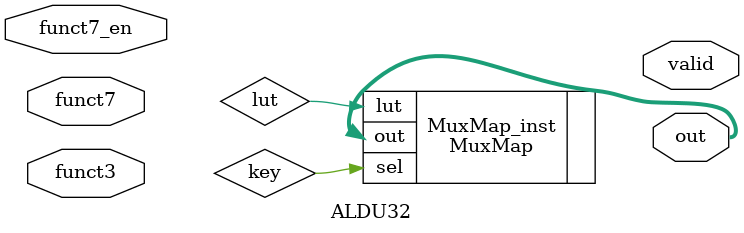
<source format=v>
`timescale 1ns / 1ps

module ALDU32 (  //Arithmetic Logic Decode Unit: 把指令译为算数逻辑操作码
    input  [          3:0] funct3,
    input  [          7:0] funct7,
    input                  funct7_en,  //imm指令的funct7是无效的
    output [OUT_WIDTH-1:0] out,
    output                 valid
);
  parameter OUT_WIDTH = 10;
  /*
alu_code
add               0 加
sub               1 减
and               2 与
or                3 或
xor               4 异或
sll               5 左移
srl               6 右移（逻辑）
sra               7 右移（算数）
slt               8 小于（有符号）
sltu              9 小于（无符号）
*/
  MuxMap #(
      .NR_KEY  (10),  //键数量
      .KEY_LEN (12),  //键位宽{funct3,funct7}
      .DATA_LEN(10)   //值位宽
  ) MuxMap_inst (
      .out(out),
      .sel(key),  //选择信号
      .lut(lut)
  );
endmodule

</source>
